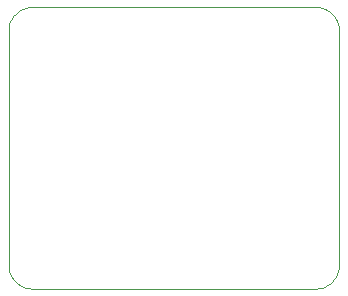
<source format=gm1>
G04*
G04 #@! TF.GenerationSoftware,Altium Limited,Altium Designer,21.6.1 (37)*
G04*
G04 Layer_Color=16711935*
%FSLAX44Y44*%
%MOMM*%
G71*
G04*
G04 #@! TF.SameCoordinates,E8A9E921-0961-4E98-9D42-7A75F99DFC46*
G04*
G04*
G04 #@! TF.FilePolarity,Positive*
G04*
G01*
G75*
%ADD77C,0.0500*%
D77*
X-120000Y119310D02*
X-122611Y119139D01*
X-125176Y118629D01*
X-127654Y117788D01*
X-130000Y116631D01*
X-132175Y115177D01*
X-134142Y113452D01*
X-135867Y111486D01*
X-137320Y109310D01*
X-138478Y106964D01*
X-139319Y104487D01*
X-139829Y101921D01*
X-140000Y99310D01*
Y-99310D02*
X-139829Y-101920D01*
X-139319Y-104486D01*
X-138478Y-106963D01*
X-137320Y-109310D01*
X-135867Y-111485D01*
X-134142Y-113452D01*
X-132175Y-115177D01*
X-130000Y-116630D01*
X-127654Y-117787D01*
X-125176Y-118628D01*
X-122611Y-119139D01*
X-120000Y-119310D01*
X140000Y99310D02*
X139829Y101920D01*
X139319Y104486D01*
X138478Y106964D01*
X137321Y109310D01*
X135867Y111485D01*
X134142Y113452D01*
X132175Y115177D01*
X130000Y116630D01*
X127654Y117788D01*
X125176Y118629D01*
X122611Y119139D01*
X120000Y119310D01*
Y-119310D02*
X122611Y-119139D01*
X125176Y-118629D01*
X127654Y-117788D01*
X130000Y-116630D01*
X132175Y-115177D01*
X134142Y-113452D01*
X135867Y-111485D01*
X137321Y-109310D01*
X138478Y-106964D01*
X139319Y-104486D01*
X139829Y-101920D01*
X140000Y-99310D01*
X-120000Y119310D02*
X120000Y119310D01*
X140000Y99310D02*
X140000Y-99310D01*
X-120000Y-119310D02*
X120000Y-119310D01*
X-140000Y-99310D02*
Y99310D01*
M02*

</source>
